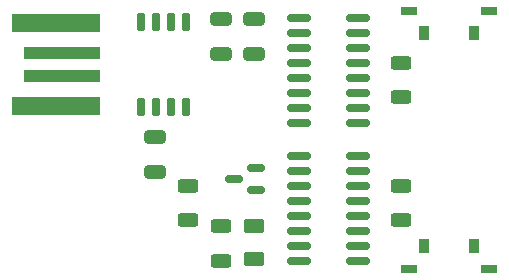
<source format=gtp>
G04 #@! TF.GenerationSoftware,KiCad,Pcbnew,6.0.8-f2edbf62ab~116~ubuntu22.04.1*
G04 #@! TF.CreationDate,2022-11-21T22:24:26-03:00*
G04 #@! TF.ProjectId,pip,7069702e-6b69-4636-9164-5f7063625858,rev?*
G04 #@! TF.SameCoordinates,Original*
G04 #@! TF.FileFunction,Paste,Top*
G04 #@! TF.FilePolarity,Positive*
%FSLAX46Y46*%
G04 Gerber Fmt 4.6, Leading zero omitted, Abs format (unit mm)*
G04 Created by KiCad (PCBNEW 6.0.8-f2edbf62ab~116~ubuntu22.04.1) date 2022-11-21 22:24:26*
%MOMM*%
%LPD*%
G01*
G04 APERTURE LIST*
G04 Aperture macros list*
%AMRoundRect*
0 Rectangle with rounded corners*
0 $1 Rounding radius*
0 $2 $3 $4 $5 $6 $7 $8 $9 X,Y pos of 4 corners*
0 Add a 4 corners polygon primitive as box body*
4,1,4,$2,$3,$4,$5,$6,$7,$8,$9,$2,$3,0*
0 Add four circle primitives for the rounded corners*
1,1,$1+$1,$2,$3*
1,1,$1+$1,$4,$5*
1,1,$1+$1,$6,$7*
1,1,$1+$1,$8,$9*
0 Add four rect primitives between the rounded corners*
20,1,$1+$1,$2,$3,$4,$5,0*
20,1,$1+$1,$4,$5,$6,$7,0*
20,1,$1+$1,$6,$7,$8,$9,0*
20,1,$1+$1,$8,$9,$2,$3,0*%
G04 Aperture macros list end*
%ADD10R,0.900000X1.270000*%
%ADD11R,1.450000X0.800000*%
%ADD12RoundRect,0.250000X-0.650000X0.325000X-0.650000X-0.325000X0.650000X-0.325000X0.650000X0.325000X0*%
%ADD13RoundRect,0.250000X0.625000X-0.312500X0.625000X0.312500X-0.625000X0.312500X-0.625000X-0.312500X0*%
%ADD14RoundRect,0.250000X0.650000X-0.325000X0.650000X0.325000X-0.650000X0.325000X-0.650000X-0.325000X0*%
%ADD15RoundRect,0.150000X0.150000X-0.650000X0.150000X0.650000X-0.150000X0.650000X-0.150000X-0.650000X0*%
%ADD16R,7.498080X1.498600*%
%ADD17R,6.499860X0.998220*%
%ADD18RoundRect,0.250000X-0.625000X0.312500X-0.625000X-0.312500X0.625000X-0.312500X0.625000X0.312500X0*%
%ADD19RoundRect,0.150000X0.850000X0.150000X-0.850000X0.150000X-0.850000X-0.150000X0.850000X-0.150000X0*%
%ADD20RoundRect,0.250000X0.625000X-0.375000X0.625000X0.375000X-0.625000X0.375000X-0.625000X-0.375000X0*%
%ADD21RoundRect,0.150000X0.587500X0.150000X-0.587500X0.150000X-0.587500X-0.150000X0.587500X-0.150000X0*%
G04 APERTURE END LIST*
D10*
X157040000Y-82419000D03*
X152840000Y-82419000D03*
D11*
X158315000Y-80534000D03*
X151565000Y-80534000D03*
D12*
X135636000Y-81223000D03*
X135636000Y-84173000D03*
D13*
X150876000Y-87822500D03*
X150876000Y-84897500D03*
D14*
X130048000Y-94185000D03*
X130048000Y-91235000D03*
D15*
X128905000Y-88648000D03*
X130175000Y-88648000D03*
X131445000Y-88648000D03*
X132715000Y-88648000D03*
X132715000Y-81448000D03*
X131445000Y-81448000D03*
X130175000Y-81448000D03*
X128905000Y-81448000D03*
D13*
X135636000Y-101664500D03*
X135636000Y-98739500D03*
D16*
X121721880Y-88579180D03*
X121721880Y-81584020D03*
D17*
X122219720Y-86079820D03*
X122219720Y-84083380D03*
D12*
X138438000Y-81223000D03*
X138438000Y-84173000D03*
D18*
X150876000Y-95311500D03*
X150876000Y-98236500D03*
D10*
X152840000Y-100461000D03*
X157040000Y-100461000D03*
D11*
X151565000Y-102346000D03*
X158315000Y-102346000D03*
D19*
X147280000Y-90043000D03*
X147280000Y-88773000D03*
X147280000Y-87503000D03*
X147280000Y-86233000D03*
X147280000Y-84963000D03*
X147280000Y-83693000D03*
X147280000Y-82423000D03*
X147280000Y-81153000D03*
X142280000Y-81153000D03*
X142280000Y-82423000D03*
X142280000Y-83693000D03*
X142280000Y-84963000D03*
X142280000Y-86233000D03*
X142280000Y-87503000D03*
X142280000Y-88773000D03*
X142280000Y-90043000D03*
D13*
X132842000Y-98236500D03*
X132842000Y-95311500D03*
D19*
X147280000Y-101727000D03*
X147280000Y-100457000D03*
X147280000Y-99187000D03*
X147280000Y-97917000D03*
X147280000Y-96647000D03*
X147280000Y-95377000D03*
X147280000Y-94107000D03*
X147280000Y-92837000D03*
X142280000Y-92837000D03*
X142280000Y-94107000D03*
X142280000Y-95377000D03*
X142280000Y-96647000D03*
X142280000Y-97917000D03*
X142280000Y-99187000D03*
X142280000Y-100457000D03*
X142280000Y-101727000D03*
D20*
X138430000Y-101562000D03*
X138430000Y-98762000D03*
D21*
X138605500Y-95692000D03*
X138605500Y-93792000D03*
X136730500Y-94742000D03*
M02*

</source>
